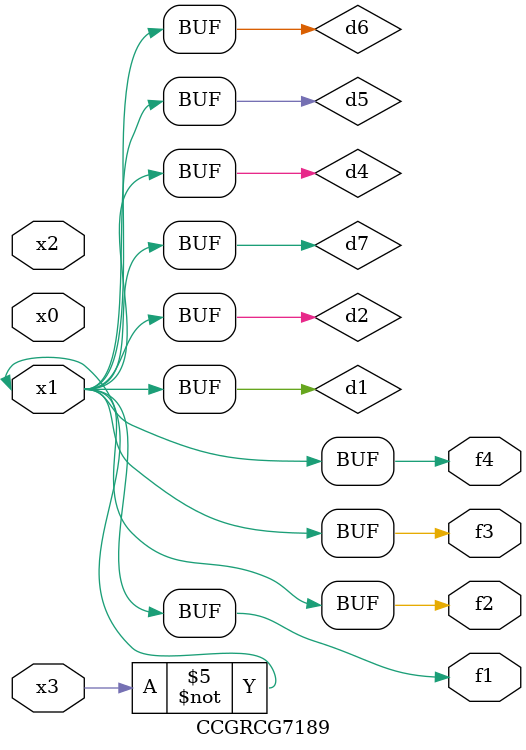
<source format=v>
module CCGRCG7189(
	input x0, x1, x2, x3,
	output f1, f2, f3, f4
);

	wire d1, d2, d3, d4, d5, d6, d7;

	not (d1, x3);
	buf (d2, x1);
	xnor (d3, d1, d2);
	nor (d4, d1);
	buf (d5, d1, d2);
	buf (d6, d4, d5);
	nand (d7, d4);
	assign f1 = d6;
	assign f2 = d7;
	assign f3 = d6;
	assign f4 = d6;
endmodule

</source>
